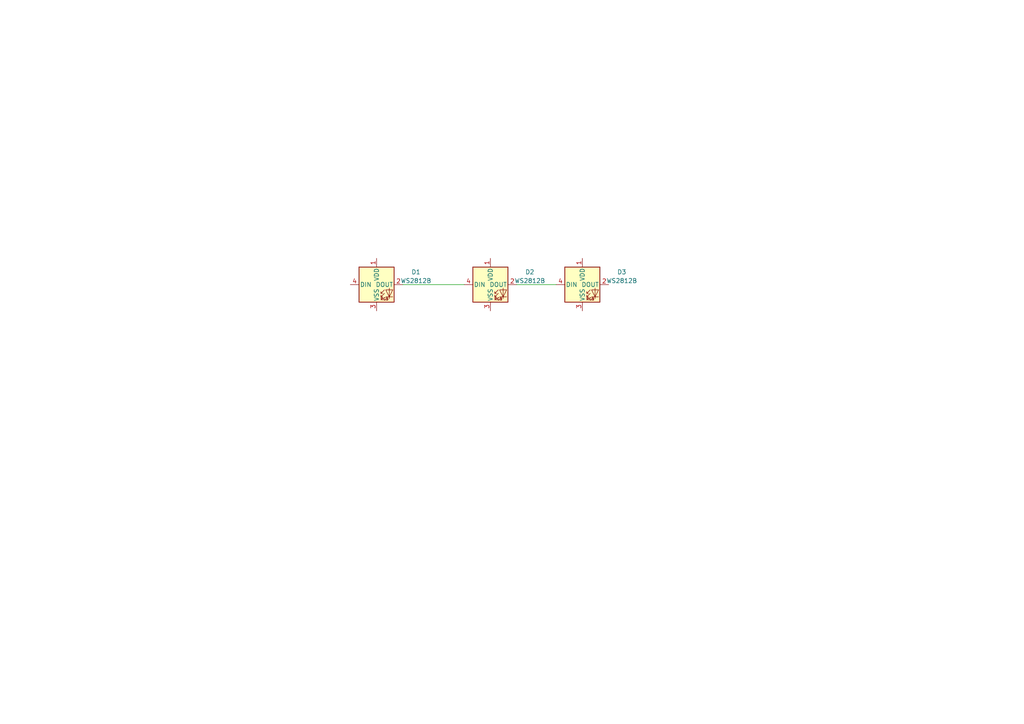
<source format=kicad_sch>
(kicad_sch (version 20230121) (generator eeschema)
  (paper "A4")
  (lib_symbols
    (symbol "LED:WS2812B" (pin_names (offset 0.254))
      (property "Reference" "D" (at 5.08 5.715 0))
      (property "Value" "WS2812B" (at 1.27 -5.715 0))
      (symbol "WS2812B_0_0"
        (text "RGB" (at 2.286 -4.191 0) (effects (font (size 0.762 0.762))))
      )
      (symbol "WS2812B_0_1"
        (polyline (pts (xy 1.27 -3.556) (xy 1.778 -3.556)))
        (polyline (pts (xy 1.27 -2.54) (xy 1.778 -2.54)))
        (polyline (pts (xy 4.699 -3.556) (xy 2.667 -3.556)))
        (polyline (pts (xy 2.286 -2.54) (xy 1.27 -3.556) (xy 1.27 -3.048)))
        (polyline (pts (xy 2.286 -1.524) (xy 1.27 -2.54) (xy 1.27 -2.032)))
        (polyline (pts (xy 3.683 -1.016) (xy 3.683 -3.556) (xy 3.683 -4.064)))
        (polyline (pts (xy 4.699 -1.524) (xy 2.667 -1.524) (xy 3.683 -3.556) (xy 4.699 -1.524)))
        (rectangle (start 5.08 5.08) (end -5.08 -5.08) (stroke (width 0.254)) (fill (type background)))
      )
      (symbol "WS2812B_1_1"
        (pin power_in line (at 0 7.62 270) (length 2.54) (name "VDD") (number "1"))
        (pin output line (at 7.62 0 180) (length 2.54) (name "DOUT") (number "2"))
        (pin power_in line (at 0 -7.62 90) (length 2.54) (name "VSS") (number "3"))
        (pin input line (at -7.62 0 0) (length 2.54) (name "DIN") (number "4"))
      )
    )
  )
  (wire (pts (xy 149.86 82.55) (xy 161.29 82.55)))
  (wire (pts (xy 116.84 82.55) (xy 134.62 82.55)))
  (symbol (lib_id "LED:WS2812B") (at 109.22 82.55 0) (unit 1)
    (property "Reference" "D1" (at 120.65 78.9021 0))
    (property "Value" "WS2812B" (at 120.65 81.4421 0))
    (property "Footprint" "LED_SMD:LED_WS2812B_PLCC4_5.0x5.0mm_P3.2mm" (effects hide))
    (property "Datasheet" "https://cdn-shop.adafruit.com/datasheets/WS2812B.pdf" (effects hide))
  )
  (symbol (lib_id "LED:WS2812B") (at 142.24 82.55 0) (unit 1)
    (property "Reference" "D2" (at 153.67 78.9021 0))
    (property "Value" "WS2812B" (at 153.67 81.4421 0))
    (property "Footprint" "LED_SMD:LED_WS2812B_PLCC4_5.0x5.0mm_P3.2mm" (effects hide))
    (property "Datasheet" "https://cdn-shop.adafruit.com/datasheets/WS2812B.pdf" (effects hide))
  )
  (symbol (lib_id "LED:WS2812B") (at 168.91 82.55 0) (unit 1)
    (property "Reference" "D3" (at 180.34 78.9021 0))
    (property "Value" "WS2812B" (at 180.34 81.4421 0))
    (property "Footprint" "LED_SMD:LED_WS2812B_PLCC4_5.0x5.0mm_P3.2mm" (effects hide))
    (property "Datasheet" "https://cdn-shop.adafruit.com/datasheets/WS2812B.pdf" (effects hide))
  )
)
</source>
